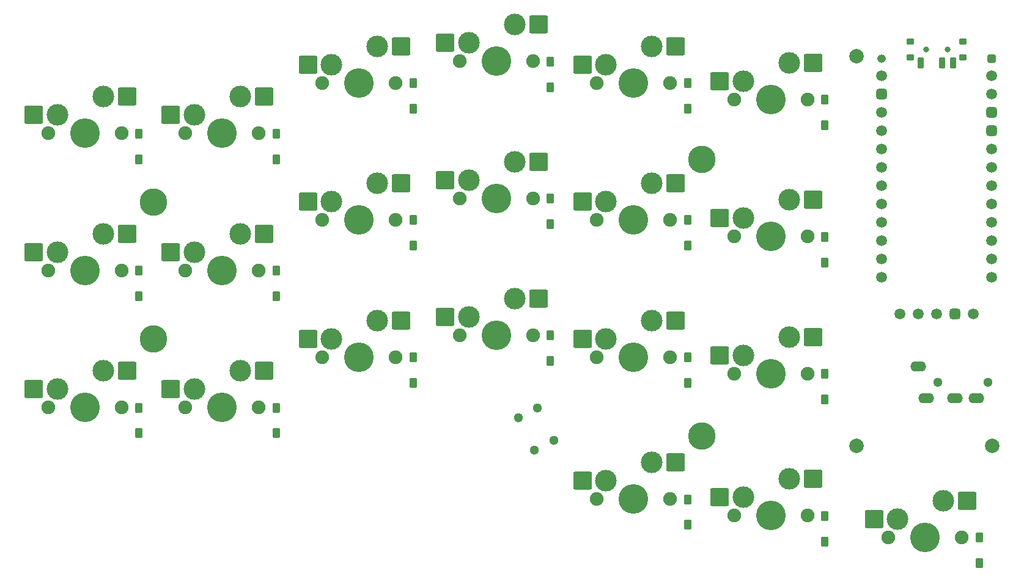
<source format=gbs>
G04 #@! TF.GenerationSoftware,KiCad,Pcbnew,7.0.2*
G04 #@! TF.CreationDate,2023-04-26T23:45:07+03:00*
G04 #@! TF.ProjectId,mriya-left,6d726979-612d-46c6-9566-742e6b696361,0.9*
G04 #@! TF.SameCoordinates,Original*
G04 #@! TF.FileFunction,Soldermask,Bot*
G04 #@! TF.FilePolarity,Negative*
%FSLAX46Y46*%
G04 Gerber Fmt 4.6, Leading zero omitted, Abs format (unit mm)*
G04 Created by KiCad (PCBNEW 7.0.2) date 2023-04-26 23:45:07*
%MOMM*%
%LPD*%
G01*
G04 APERTURE LIST*
G04 Aperture macros list*
%AMRoundRect*
0 Rectangle with rounded corners*
0 $1 Rounding radius*
0 $2 $3 $4 $5 $6 $7 $8 $9 X,Y pos of 4 corners*
0 Add a 4 corners polygon primitive as box body*
4,1,4,$2,$3,$4,$5,$6,$7,$8,$9,$2,$3,0*
0 Add four circle primitives for the rounded corners*
1,1,$1+$1,$2,$3*
1,1,$1+$1,$4,$5*
1,1,$1+$1,$6,$7*
1,1,$1+$1,$8,$9*
0 Add four rect primitives between the rounded corners*
20,1,$1+$1,$2,$3,$4,$5,0*
20,1,$1+$1,$4,$5,$6,$7,0*
20,1,$1+$1,$6,$7,$8,$9,0*
20,1,$1+$1,$8,$9,$2,$3,0*%
G04 Aperture macros list end*
%ADD10C,1.900000*%
%ADD11C,3.000000*%
%ADD12C,4.100000*%
%ADD13RoundRect,0.200000X1.075000X1.050000X-1.075000X1.050000X-1.075000X-1.050000X1.075000X-1.050000X0*%
%ADD14C,2.000000*%
%ADD15C,3.800000*%
%ADD16C,1.500000*%
%ADD17RoundRect,0.375000X-0.375000X-0.375000X0.375000X-0.375000X0.375000X0.375000X-0.375000X0.375000X0*%
%ADD18C,1.300000*%
%ADD19O,2.200000X1.400000*%
%ADD20O,1.200000X1.200000*%
%ADD21RoundRect,0.300000X-0.300000X-0.300000X0.300000X-0.300000X0.300000X0.300000X-0.300000X0.300000X0*%
%ADD22RoundRect,0.200000X0.300000X-0.500000X0.300000X0.500000X-0.300000X0.500000X-0.300000X-0.500000X0*%
%ADD23RoundRect,0.120000X-0.380000X-0.280000X0.380000X-0.280000X0.380000X0.280000X-0.380000X0.280000X0*%
%ADD24C,0.800000*%
%ADD25RoundRect,0.120000X-0.280000X-0.680000X0.280000X-0.680000X0.280000X0.680000X-0.280000X0.680000X0*%
G04 APERTURE END LIST*
D10*
X120920000Y-50000000D03*
D11*
X122190000Y-47460000D03*
D12*
X126000000Y-50000000D03*
D11*
X128540000Y-44920000D03*
D10*
X131080000Y-50000000D03*
D13*
X118915000Y-47460000D03*
X131842000Y-44920000D03*
D14*
X156900000Y-46300000D03*
D10*
X101920000Y-85000000D03*
D11*
X103190000Y-82460000D03*
D12*
X107000000Y-85000000D03*
D11*
X109540000Y-79920000D03*
D10*
X112080000Y-85000000D03*
D13*
X99915000Y-82460000D03*
X112842000Y-79920000D03*
D15*
X135500000Y-60650000D03*
D10*
X82920000Y-69000000D03*
D11*
X84190000Y-66460000D03*
D12*
X88000000Y-69000000D03*
D11*
X90540000Y-63920000D03*
D10*
X93080000Y-69000000D03*
D13*
X80915000Y-66460000D03*
X93842000Y-63920000D03*
D16*
X162920000Y-82050000D03*
X165460000Y-82050000D03*
X168000000Y-82050000D03*
D17*
X170540000Y-82050000D03*
D16*
X173080000Y-82050000D03*
D18*
X112298466Y-100908502D03*
X114971486Y-99546531D03*
X112701534Y-95091498D03*
X110028514Y-96453469D03*
D10*
X44920000Y-76000000D03*
D11*
X46190000Y-73460000D03*
D12*
X50000000Y-76000000D03*
D11*
X52540000Y-70920000D03*
D10*
X55080000Y-76000000D03*
D13*
X42915000Y-73460000D03*
X55842000Y-70920000D03*
D10*
X139920000Y-110000000D03*
D11*
X141190000Y-107460000D03*
D12*
X145000000Y-110000000D03*
D11*
X147540000Y-104920000D03*
D10*
X150080000Y-110000000D03*
D13*
X137915000Y-107460000D03*
X150842000Y-104920000D03*
D10*
X82920000Y-88000000D03*
D11*
X84190000Y-85460000D03*
D12*
X88000000Y-88000000D03*
D11*
X90540000Y-82920000D03*
D10*
X93080000Y-88000000D03*
D13*
X80915000Y-85460000D03*
X93842000Y-82920000D03*
D14*
X156900000Y-100300000D03*
D15*
X59500000Y-85500000D03*
D10*
X139920000Y-52300000D03*
D11*
X141190000Y-49760000D03*
D12*
X145000000Y-52300000D03*
D11*
X147540000Y-47220000D03*
D10*
X150080000Y-52300000D03*
D13*
X137915000Y-49760000D03*
X150842000Y-47220000D03*
D10*
X63920000Y-57000000D03*
D11*
X65190000Y-54460000D03*
D12*
X69000000Y-57000000D03*
D11*
X71540000Y-51920000D03*
D10*
X74080000Y-57000000D03*
D13*
X61915000Y-54460000D03*
X74842000Y-51920000D03*
D14*
X175700000Y-100300000D03*
D10*
X139920000Y-71300000D03*
D11*
X141190000Y-68760000D03*
D12*
X145000000Y-71300000D03*
D11*
X147540000Y-66220000D03*
D10*
X150080000Y-71300000D03*
D13*
X137915000Y-68760000D03*
X150842000Y-66220000D03*
D18*
X175100000Y-91500000D03*
X168100000Y-91500000D03*
D19*
X165400000Y-89300000D03*
X173500000Y-93700000D03*
X170500000Y-93700000D03*
X166500000Y-93700000D03*
D10*
X120920000Y-69000000D03*
D11*
X122190000Y-66460000D03*
D12*
X126000000Y-69000000D03*
D11*
X128540000Y-63920000D03*
D10*
X131080000Y-69000000D03*
D13*
X118915000Y-66460000D03*
X131842000Y-63920000D03*
D20*
X160380000Y-46630000D03*
D21*
X175620000Y-46630000D03*
D10*
X44920000Y-95000000D03*
D11*
X46190000Y-92460000D03*
D12*
X50000000Y-95000000D03*
D11*
X52540000Y-89920000D03*
D10*
X55080000Y-95000000D03*
D13*
X42915000Y-92460000D03*
X55842000Y-89920000D03*
D15*
X135500000Y-99000000D03*
D10*
X161320000Y-113000000D03*
D11*
X162590000Y-110460000D03*
D12*
X166400000Y-113000000D03*
D11*
X168940000Y-107920000D03*
D10*
X171480000Y-113000000D03*
D13*
X159315000Y-110460000D03*
X172242000Y-107920000D03*
D10*
X82920000Y-50000000D03*
D11*
X84190000Y-47460000D03*
D12*
X88000000Y-50000000D03*
D11*
X90540000Y-44920000D03*
D10*
X93080000Y-50000000D03*
D13*
X80915000Y-47460000D03*
X93842000Y-44920000D03*
D10*
X63920000Y-95000000D03*
D11*
X65190000Y-92460000D03*
D12*
X69000000Y-95000000D03*
D11*
X71540000Y-89920000D03*
D10*
X74080000Y-95000000D03*
D13*
X61915000Y-92460000D03*
X74842000Y-89920000D03*
D10*
X120920000Y-107700000D03*
D11*
X122190000Y-105160000D03*
D12*
X126000000Y-107700000D03*
D11*
X128540000Y-102620000D03*
D10*
X131080000Y-107700000D03*
D13*
X118915000Y-105160000D03*
X131842000Y-102620000D03*
D10*
X44920000Y-57000000D03*
D11*
X46190000Y-54460000D03*
D12*
X50000000Y-57000000D03*
D11*
X52540000Y-51920000D03*
D10*
X55080000Y-57000000D03*
D13*
X42915000Y-54460000D03*
X55842000Y-51920000D03*
D10*
X101920000Y-47000000D03*
D11*
X103190000Y-44460000D03*
D12*
X107000000Y-47000000D03*
D11*
X109540000Y-41920000D03*
D10*
X112080000Y-47000000D03*
D13*
X99915000Y-44460000D03*
X112842000Y-41920000D03*
D16*
X175620000Y-49030000D03*
X175620000Y-51570000D03*
D17*
X175620000Y-54110000D03*
X175620000Y-56650000D03*
D16*
X175620000Y-59190000D03*
X175620000Y-61730000D03*
X175620000Y-64270000D03*
X175620000Y-66810000D03*
X175620000Y-69350000D03*
X175620000Y-71890000D03*
X175620000Y-74430000D03*
X175620000Y-76970000D03*
X160380000Y-76970000D03*
X160380000Y-74430000D03*
X160380000Y-71890000D03*
X160380000Y-69350000D03*
X160380000Y-66810000D03*
X160380000Y-64270000D03*
X160380000Y-61730000D03*
X160380000Y-59190000D03*
X160380000Y-56650000D03*
X160380000Y-54110000D03*
D17*
X160380000Y-51570000D03*
D16*
X160380000Y-49030000D03*
D10*
X139920000Y-90300000D03*
D11*
X141190000Y-87760000D03*
D12*
X145000000Y-90300000D03*
D11*
X147540000Y-85220000D03*
D10*
X150080000Y-90300000D03*
D13*
X137915000Y-87760000D03*
X150842000Y-85220000D03*
D10*
X101920000Y-66000000D03*
D11*
X103190000Y-63460000D03*
D12*
X107000000Y-66000000D03*
D11*
X109540000Y-60920000D03*
D10*
X112080000Y-66000000D03*
D13*
X99915000Y-63460000D03*
X112842000Y-60920000D03*
D10*
X63920000Y-76000000D03*
D11*
X65190000Y-73460000D03*
D12*
X69000000Y-76000000D03*
D11*
X71540000Y-70920000D03*
D10*
X74080000Y-76000000D03*
D13*
X61915000Y-73460000D03*
X74842000Y-70920000D03*
D10*
X120920000Y-88000000D03*
D11*
X122190000Y-85460000D03*
D12*
X126000000Y-88000000D03*
D11*
X128540000Y-82920000D03*
D10*
X131080000Y-88000000D03*
D13*
X118915000Y-85460000D03*
X131842000Y-82920000D03*
D15*
X59500000Y-66500000D03*
D22*
X57500000Y-98575000D03*
X57500000Y-95025000D03*
X76500000Y-60575000D03*
X76500000Y-57025000D03*
X133500000Y-91575000D03*
X133500000Y-88025000D03*
X57500000Y-60575000D03*
X57500000Y-57025000D03*
X95500000Y-91575000D03*
X95500000Y-88025000D03*
X152500000Y-55875000D03*
X152500000Y-52325000D03*
D23*
X164350000Y-44300000D03*
X164350000Y-46500000D03*
D24*
X166500000Y-45400000D03*
X169500000Y-45400000D03*
D23*
X171650000Y-44300000D03*
X171650000Y-46500000D03*
D25*
X165750000Y-47200000D03*
X168750000Y-47200000D03*
X170250000Y-47200000D03*
D22*
X152500000Y-113575000D03*
X152500000Y-110025000D03*
X95500000Y-53575000D03*
X95500000Y-50025000D03*
X173900000Y-116575000D03*
X173900000Y-113025000D03*
X133500000Y-72575000D03*
X133500000Y-69025000D03*
X114500000Y-88575000D03*
X114500000Y-85025000D03*
X133500000Y-53575000D03*
X133500000Y-50025000D03*
X114500000Y-69575000D03*
X114500000Y-66025000D03*
X76500000Y-79575000D03*
X76500000Y-76025000D03*
X114500000Y-50575000D03*
X114500000Y-47025000D03*
X57500000Y-79575000D03*
X57500000Y-76025000D03*
X76500000Y-98575000D03*
X76500000Y-95025000D03*
X133500000Y-111275000D03*
X133500000Y-107725000D03*
X152500000Y-74875000D03*
X152500000Y-71325000D03*
X152500000Y-93875000D03*
X152500000Y-90325000D03*
X95500000Y-72575000D03*
X95500000Y-69025000D03*
M02*

</source>
